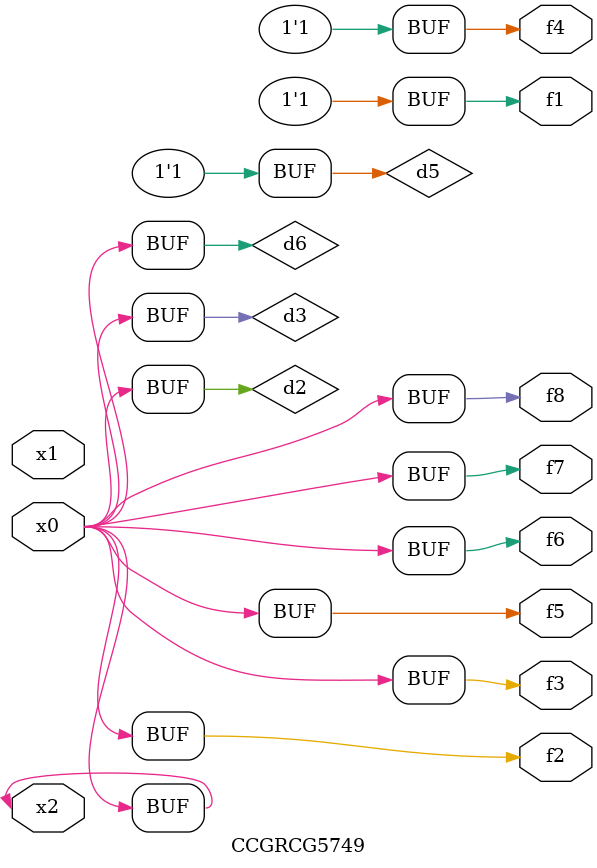
<source format=v>
module CCGRCG5749(
	input x0, x1, x2,
	output f1, f2, f3, f4, f5, f6, f7, f8
);

	wire d1, d2, d3, d4, d5, d6;

	xnor (d1, x2);
	buf (d2, x0, x2);
	and (d3, x0);
	xnor (d4, x1, x2);
	nand (d5, d1, d3);
	buf (d6, d2, d3);
	assign f1 = d5;
	assign f2 = d6;
	assign f3 = d6;
	assign f4 = d5;
	assign f5 = d6;
	assign f6 = d6;
	assign f7 = d6;
	assign f8 = d6;
endmodule

</source>
